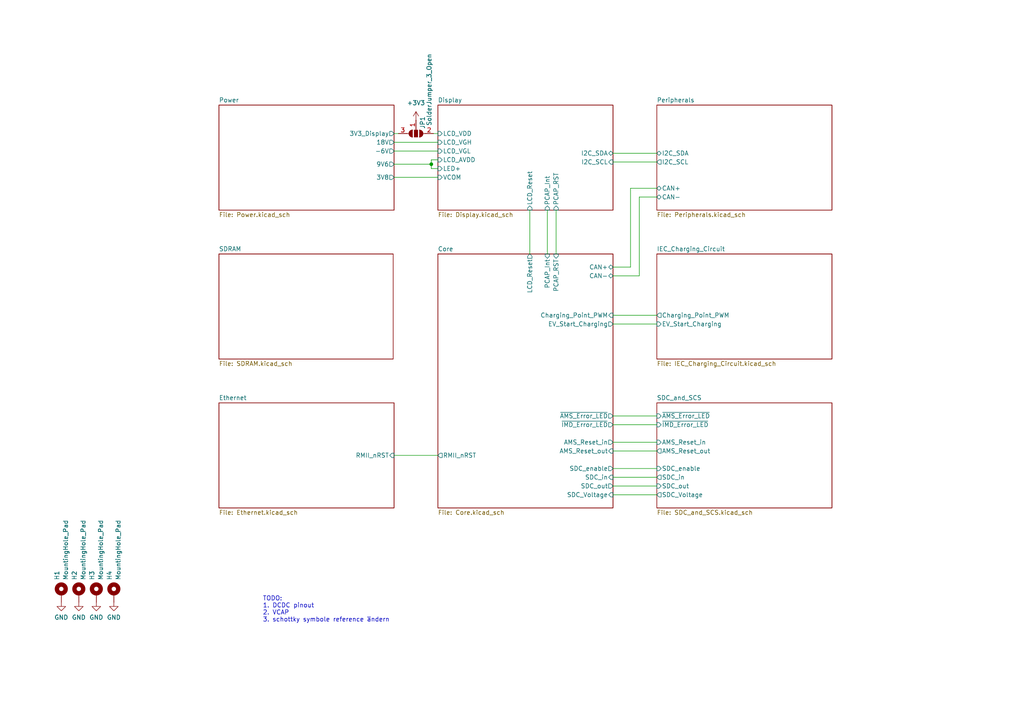
<source format=kicad_sch>
(kicad_sch (version 20250114) (generator "eeschema") (generator_version "9.0")
  (paper "A4")
  (lib_symbols
    (symbol "Jumper:SolderJumper_3_Open" (pin_names (offset 0) (hide yes)) (exclude_from_sim yes) (in_bom no)
      (property "Reference" "JP1" (at -1.905 -3.175 90))
      (property "Value" "SolderJumper_3_Open" (at -3.81 -12.7 90))
      (symbol "SolderJumper_3_Open_0_1"
        (polyline (pts (xy -2.54 0) (xy -2.032 0)))
        (polyline (pts (xy -1.016 1.016) (xy -1.016 -1.016)))
        (arc (start -1.016 -1.016) (mid -2.0276 0) (end -1.016 1.016))
        (arc (start -1.016 -1.016) (mid -2.0276 0) (end -1.016 1.016) (fill (type outline)))
        (rectangle (start -0.508 1.016) (end 0.508 -1.016) (fill (type outline)))
        (polyline (pts (xy 0 -1.27) (xy 0 -1.016)))
        (arc (start 1.016 1.016) (mid 2.0276 0) (end 1.016 -1.016))
        (arc (start 1.016 1.016) (mid 2.0276 0) (end 1.016 -1.016) (fill (type outline)))
        (polyline (pts (xy 1.016 1.016) (xy 1.016 -1.016)))
        (polyline (pts (xy 2.54 0) (xy 2.032 0)))
      )
      (symbol "SolderJumper_3_Open_1_1"
        (pin passive line (at -5.08 0 0) (length 2.54) (name "A") (number "2"))
        (pin passive line (at 0 -3.81 90) (length 2.54) (name "C") (number "1"))
        (pin passive line (at 5.08 0 180) (length 2.54) (name "B") (number "3"))
      )
    )
    (symbol "Mechanical:MountingHole_Pad" (pin_numbers (hide yes)) (pin_names (offset 1.016) (hide yes)) (in_bom no)
      (property "Reference" "H" (at 0 6.35 0))
      (property "Value" "MountingHole_Pad" (at 0 4.445 0))
      (symbol "MountingHole_Pad_0_1"
        (circle (center 0 1.27) (radius 1.27) (stroke (width 1.27)))
      )
      (symbol "MountingHole_Pad_1_1"
        (pin input line (at 0 -2.54 90) (length 2.54) (name "1") (number "1"))
      )
    )
    (symbol "power:+3V3" (power) (pin_numbers (hide yes)) (pin_names (offset 0) (hide yes))
      (property "Value" "+3V3" (at 0 3.556 0))
      (symbol "+3V3_0_1"
        (polyline (pts (xy -0.762 1.27) (xy 0 2.54)))
        (polyline (pts (xy 0 2.54) (xy 0.762 1.27)))
        (polyline (pts (xy 0 0) (xy 0 2.54)))
      )
      (symbol "+3V3_1_1"
        (pin power_in line (at 0 0 90) (length 0) (name "~") (number "1"))
      )
    )
    (symbol "power:GND" (power) (pin_numbers (hide yes)) (pin_names (offset 0) (hide yes))
      (property "Value" "GND" (at 0 -3.81 0))
      (symbol "GND_0_1"
        (polyline (pts (xy 0 0) (xy 0 -1.27) (xy 1.27 -1.27) (xy 0 -2.54) (xy -1.27 -1.27) (xy 0 -1.27)))
      )
      (symbol "GND_1_1"
        (pin power_in line (at 0 0 270) (length 0) (name "~") (number "1"))
      )
    )
  )
  (text "TODO:\n1. DCDC pinout\n2. VCAP\n3. schottky symbole reference ändern\n\n" (at 76.2 177.8 0) (effects (font (size 1.27 1.27)) (justify left)))
  (junction (at 125.095 47.625))
  (wire (pts (xy 177.8 44.45) (xy 190.5 44.45)))
  (wire (pts (xy 177.8 46.99) (xy 190.5 46.99)))
  (wire (pts (xy 177.8 93.98) (xy 190.5 93.98)))
  (wire (pts (xy 177.8 130.81) (xy 190.5 130.81)))
  (wire (pts (xy 182.88 54.61) (xy 190.5 54.61)))
  (wire (pts (xy 190.5 57.15) (xy 185.42 57.15)))
  (wire (pts (xy 114.3 132.08) (xy 127 132.08)))
  (wire (pts (xy 114.3 47.625) (xy 125.095 47.625)))
  (wire (pts (xy 177.8 91.44) (xy 190.5 91.44)))
  (wire (pts (xy 125.095 46.355) (xy 125.095 47.625)))
  (wire (pts (xy 177.8 120.65) (xy 190.5 120.65)))
  (wire (pts (xy 177.8 77.47) (xy 182.88 77.47)))
  (wire (pts (xy 177.8 138.43) (xy 190.5 138.43)))
  (wire (pts (xy 114.3 38.735) (xy 115.57 38.735)))
  (wire (pts (xy 114.3 43.815) (xy 127 43.815)))
  (wire (pts (xy 127 46.355) (xy 125.095 46.355)))
  (wire (pts (xy 177.8 140.97) (xy 190.5 140.97)))
  (wire (pts (xy 182.88 77.47) (xy 182.88 54.61)))
  (wire (pts (xy 114.3 51.435) (xy 127 51.435)))
  (wire (pts (xy 177.8 135.89) (xy 190.5 135.89)))
  (wire (pts (xy 185.42 80.01) (xy 177.8 80.01)))
  (wire (pts (xy 153.67 60.96) (xy 153.67 73.66)))
  (wire (pts (xy 185.42 57.15) (xy 185.42 80.01)))
  (wire (pts (xy 125.095 48.895) (xy 127 48.895)))
  (wire (pts (xy 158.75 60.96) (xy 158.75 73.66)))
  (wire (pts (xy 161.29 60.96) (xy 161.29 73.66)))
  (wire (pts (xy 177.8 143.51) (xy 190.5 143.51)))
  (wire (pts (xy 114.3 41.275) (xy 127 41.275)))
  (wire (pts (xy 125.095 47.625) (xy 125.095 48.895)))
  (wire (pts (xy 177.8 123.19) (xy 190.5 123.19)))
  (wire (pts (xy 125.73 38.735) (xy 127 38.735)))
  (wire (pts (xy 177.8 128.27) (xy 190.5 128.27)))
  (symbol (lib_id "Mechanical:MountingHole_Pad") (at 27.94 172.085 0) (unit 1) (in_bom no)
    (property "Reference" "H3" (at 26.67 168.275 90) (effects (justify left)))
    (property "Value" "MountingHole_Pad" (at 29.21 168.275 90) (effects (justify left)))
    (property "Footprint" "MountingHole:MountingHole_3.2mm_M3_ISO14580_Pad_TopBottom" (effects (hide yes)))
    (property "Description" "Mounting Hole with connection" (effects (hide yes)))
  )
  (symbol (lib_id "Mechanical:MountingHole_Pad") (at 17.78 172.085 0) (unit 1) (in_bom no)
    (property "Reference" "H1" (at 16.51 168.275 90) (effects (justify left)))
    (property "Value" "MountingHole_Pad" (at 19.05 168.275 90) (effects (justify left)))
    (property "Footprint" "MountingHole:MountingHole_3.2mm_M3_ISO14580_Pad_TopBottom" (effects (hide yes)))
    (property "Description" "Mounting Hole with connection" (effects (hide yes)))
  )
  (symbol (lib_id "Mechanical:MountingHole_Pad") (at 22.86 172.085 0) (unit 1) (in_bom no)
    (property "Reference" "H2" (at 21.59 168.275 90) (effects (justify left)))
    (property "Value" "MountingHole_Pad" (at 24.13 168.275 90) (effects (justify left)))
    (property "Footprint" "MountingHole:MountingHole_3.2mm_M3_ISO14580_Pad_TopBottom" (effects (hide yes)))
    (property "Description" "Mounting Hole with connection" (effects (hide yes)))
  )
  (symbol (lib_id "power:GND") (at 33.02 174.625 0) (unit 1)
    (property "Reference" "#PWR0216" (effects (hide yes)))
    (property "Value" "GND" (at 33.02 179.07 0))
    (property "Description" "Power symbol creates a global label with name \"GND\" , ground" (effects (hide yes)))
  )
  (symbol (lib_id "Mechanical:MountingHole_Pad") (at 33.02 172.085 0) (unit 1) (in_bom no)
    (property "Reference" "H4" (at 31.75 168.275 90) (effects (justify left)))
    (property "Value" "MountingHole_Pad" (at 34.29 168.275 90) (effects (justify left)))
    (property "Footprint" "MountingHole:MountingHole_3.2mm_M3_ISO14580_Pad_TopBottom" (effects (hide yes)))
    (property "Description" "Mounting Hole with connection" (effects (hide yes)))
  )
  (symbol (lib_id "Jumper:SolderJumper_3_Open") (at 120.65 38.735 180) (unit 1) (in_bom no)
    (property "Reference" "JP1" (at 122.555 35.56 90))
    (property "Value" "SolderJumper_3_Open" (at 124.46 26.035 90))
    (property "Footprint" "Jumper:SolderJumper-3_P1.3mm_Open_RoundedPad1.0x1.5mm" (effects (hide yes)))
    (property "Description" "Solder Jumper, 3-pole, open" (effects (hide yes)))
  )
  (symbol (lib_id "power:GND") (at 22.86 174.625 0) (unit 1)
    (property "Reference" "#PWR0214" (effects (hide yes)))
    (property "Value" "GND" (at 22.86 179.07 0))
    (property "Description" "Power symbol creates a global label with name \"GND\" , ground" (effects (hide yes)))
  )
  (symbol (lib_id "power:GND") (at 17.78 174.625 0) (unit 1)
    (property "Reference" "#PWR0213" (effects (hide yes)))
    (property "Value" "GND" (at 17.78 179.07 0))
    (property "Description" "Power symbol creates a global label with name \"GND\" , ground" (effects (hide yes)))
  )
  (symbol (lib_id "power:GND") (at 27.94 174.625 0) (unit 1)
    (property "Reference" "#PWR0215" (effects (hide yes)))
    (property "Value" "GND" (at 27.94 179.07 0))
    (property "Description" "Power symbol creates a global label with name \"GND\" , ground" (effects (hide yes)))
  )
  (symbol (lib_id "power:+3V3") (at 120.65 34.925 0) (unit 1)
    (property "Reference" "#PWR01" (effects (hide yes)))
    (property "Value" "+3V3" (at 120.65 29.845 0))
    (property "Description" "Power symbol creates a global label with name \"+3V3\"" (effects (hide yes)))
  )
  (sheet (at 63.5 73.66) (size 50.546 30.48) (stroke (width 0.1524))
    (property "Sheetname" "SDRAM" (at 63.5 72.9484 0) (effects (justify left bottom)))
    (property "Sheetfile" "SDRAM.kicad_sch" (at 63.5 104.7246 0) (effects (justify left top)))
  )
  (sheet (at 127 30.48) (size 50.8 30.48) (stroke (width 0.1524))
    (property "Sheetname" "Display" (at 127 29.7684 0) (effects (justify left bottom)))
    (property "Sheetfile" "Display.kicad_sch" (at 127 61.5446 0) (effects (justify left top)))
    (pin "VCOM" input (at 127 51.435 180))
    (pin "LCD_VDD" input (at 127 38.735 180))
    (pin "LED+" input (at 127 48.895 180))
    (pin "I2C_SCL" input (at 177.8 46.99 0))
    (pin "PCAP_Int" input (at 158.75 60.96 270))
    (pin "I2C_SDA" bidirectional (at 177.8 44.45 0))
    (pin "PCAP_RST" input (at 161.29 60.96 270))
    (pin "LCD_VGH" input (at 127 41.275 180))
    (pin "LCD_VGL" input (at 127 43.815 180))
    (pin "LCD_AVDD" input (at 127 46.355 180))
    (pin "LCD_Reset" input (at 153.67 60.96 270))
  )
  (sheet (at 127 73.66) (size 50.8 73.66) (stroke (width 0.1524))
    (property "Sheetname" "Core" (at 127 72.9484 0) (effects (justify left bottom)))
    (property "Sheetfile" "Core.kicad_sch" (at 127 147.9046 0) (effects (justify left top)))
    (pin "PCAP_RST" input (at 161.29 73.66 90))
    (pin "PCAP_Int" input (at 158.75 73.66 90))
    (pin "~{AMS_Error_LED}" output (at 177.8 120.65 0))
    (pin "~{IMD_Error_LED}" output (at 177.8 123.19 0))
    (pin "SDC_enable" output (at 177.8 135.89 0))
    (pin "AMS_Reset_out" input (at 177.8 130.81 0))
    (pin "SDC_Voltage" input (at 177.8 143.51 0))
    (pin "SDC_in" input (at 177.8 138.43 0))
    (pin "SDC_out" output (at 177.8 140.97 0))
    (pin "AMS_Reset_in" output (at 177.8 128.27 0))
    (pin "EV_Start_Charging" output (at 177.8 93.98 0))
    (pin "Charging_Point_PWM" input (at 177.8 91.44 0))
    (pin "LCD_Reset" output (at 153.67 73.66 90))
    (pin "RMII_nRST" output (at 127 132.08 180))
    (pin "CAN-" bidirectional (at 177.8 80.01 0))
    (pin "CAN+" bidirectional (at 177.8 77.47 0))
  )
  (sheet (at 63.5 116.84) (size 50.8 30.48) (stroke (width 0.1524))
    (property "Sheetname" "Ethernet" (at 63.5 116.1284 0) (effects (justify left bottom)))
    (property "Sheetfile" "Ethernet.kicad_sch" (at 63.5 147.9046 0) (effects (justify left top)))
    (pin "RMII_nRST" input (at 114.3 132.08 0))
  )
  (sheet (at 190.5 116.84) (size 50.8 30.48) (stroke (width 0.1524))
    (property "Sheetname" "SDC_and_SCS" (at 190.5 116.1284 0) (effects (justify left bottom)))
    (property "Sheetfile" "SDC_and_SCS.kicad_sch" (at 190.5 147.9046 0) (effects (justify left top)))
    (pin "~{IMD_Error_LED}" input (at 190.5 123.19 180))
    (pin "~{AMS_Error_LED}" input (at 190.5 120.65 180))
    (pin "AMS_Reset_in" input (at 190.5 128.27 180))
    (pin "AMS_Reset_out" output (at 190.5 130.81 180))
    (pin "SDC_enable" input (at 190.5 135.89 180))
    (pin "SDC_in" output (at 190.5 138.43 180))
    (pin "SDC_Voltage" output (at 190.5 143.51 180))
    (pin "SDC_out" input (at 190.5 140.97 180))
  )
  (sheet (at 190.5 30.48) (size 50.8 30.48) (stroke (width 0.1524))
    (property "Sheetname" "Peripherals" (at 190.5 29.7684 0) (effects (justify left bottom)))
    (property "Sheetfile" "Peripherals.kicad_sch" (at 190.5 61.5446 0) (effects (justify left top)))
    (pin "I2C_SDA" bidirectional (at 190.5 44.45 180))
    (pin "I2C_SCL" output (at 190.5 46.99 180))
    (pin "CAN-" bidirectional (at 190.5 57.15 180))
    (pin "CAN+" bidirectional (at 190.5 54.61 180))
  )
  (sheet (at 190.5 73.66) (size 50.8 30.48) (stroke (width 0.1524))
    (property "Sheetname" "IEC_Charging_Circuit" (at 190.5 72.9484 0) (effects (justify left bottom)))
    (property "Sheetfile" "IEC_Charging_Circuit.kicad_sch" (at 190.5 104.7246 0) (effects (justify left top)))
    (pin "Charging_Point_PWM" output (at 190.5 91.44 180))
    (pin "EV_Start_Charging" input (at 190.5 93.98 180))
  )
  (sheet (at 63.5 30.48) (size 50.8 30.48) (stroke (width 0.1524))
    (property "Sheetname" "Power" (at 63.5 29.7684 0) (effects (justify left bottom)))
    (property "Sheetfile" "Power.kicad_sch" (at 63.5 61.5446 0) (effects (justify left top)))
    (pin "3V3_Display" output (at 114.3 38.735 0))
    (pin "3V8" output (at 114.3 51.435 0))
    (pin "18V" output (at 114.3 41.275 0))
    (pin "-6V" output (at 114.3 43.815 0))
    (pin "9V6" output (at 114.3 47.625 0))
  )
)
</source>
